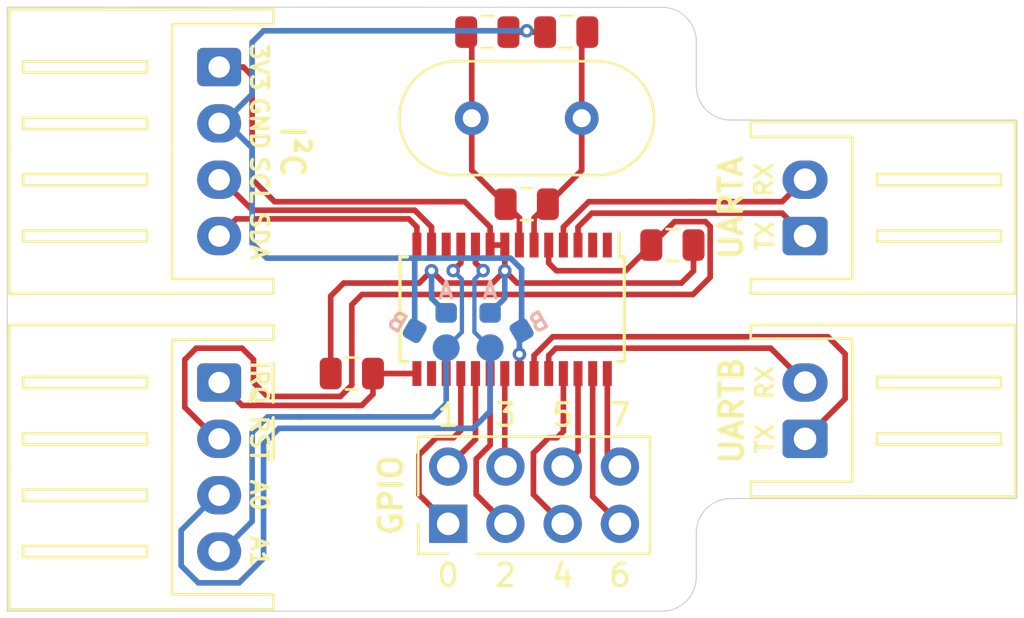
<source format=kicad_pcb>
(kicad_pcb (version 20171130) (host pcbnew "(6.0.0-rc1-dev-1209-gf90ca7408)")

  (general
    (thickness 1.6)
    (drawings 60)
    (tracks 200)
    (zones 0)
    (modules 14)
    (nets 28)
  )

  (page A4)
  (title_block
    (title "SC16IS752 Breakout Board")
    (date 2019-01-04)
    (rev v1.0)
    (company "Blok21 Software Limited")
    (comment 1 "Author: Nebojša Cvetković")
  )

  (layers
    (0 F.Cu signal)
    (31 B.Cu signal)
    (32 B.Adhes user)
    (33 F.Adhes user)
    (34 B.Paste user)
    (35 F.Paste user)
    (36 B.SilkS user hide)
    (37 F.SilkS user)
    (38 B.Mask user)
    (39 F.Mask user)
    (40 Dwgs.User user)
    (41 Cmts.User user)
    (42 Eco1.User user)
    (43 Eco2.User user)
    (44 Edge.Cuts user)
    (45 Margin user)
    (46 B.CrtYd user)
    (47 F.CrtYd user)
    (48 B.Fab user)
    (49 F.Fab user hide)
  )

  (setup
    (last_trace_width 0.25)
    (user_trace_width 0.127)
    (user_trace_width 0.1905)
    (user_trace_width 0.254)
    (user_trace_width 0.508)
    (trace_clearance 0.127)
    (zone_clearance 0.127)
    (zone_45_only no)
    (trace_min 0.127)
    (via_size 0.8)
    (via_drill 0.4)
    (via_min_size 0.6)
    (via_min_drill 0.3)
    (user_via 0.6 0.3)
    (user_via 1.2 0.6)
    (uvia_size 0.3)
    (uvia_drill 0.1)
    (uvias_allowed no)
    (uvia_min_size 0.2)
    (uvia_min_drill 0.1)
    (edge_width 0.05)
    (segment_width 0.2)
    (pcb_text_width 0.3)
    (pcb_text_size 1.5 1.5)
    (mod_edge_width 0.12)
    (mod_text_size 1 1)
    (mod_text_width 0.15)
    (pad_size 1.2 1.2)
    (pad_drill 0)
    (pad_to_mask_clearance 0.01)
    (solder_mask_min_width 0.05)
    (aux_axis_origin 0 0)
    (visible_elements 7FF9FFFF)
    (pcbplotparams
      (layerselection 0x010f0_ffffffff)
      (usegerberextensions false)
      (usegerberattributes false)
      (usegerberadvancedattributes false)
      (creategerberjobfile false)
      (excludeedgelayer true)
      (linewidth 0.100000)
      (plotframeref false)
      (viasonmask false)
      (mode 1)
      (useauxorigin false)
      (hpglpennumber 1)
      (hpglpenspeed 20)
      (hpglpendiameter 15.000000)
      (psnegative false)
      (psa4output false)
      (plotreference false)
      (plotvalue false)
      (plotinvisibletext false)
      (padsonsilk false)
      (subtractmaskfromsilk false)
      (outputformat 5)
      (mirror false)
      (drillshape 0)
      (scaleselection 1)
      (outputdirectory "out/"))
  )

  (net 0 "")
  (net 1 GND)
  (net 2 SDA)
  (net 3 SCL)
  (net 4 +3V3)
  (net 5 A0)
  (net 6 A1)
  (net 7 "Net-(U1-Pad17)")
  (net 8 "Net-(U1-Pad16)")
  (net 9 "Net-(U1-Pad12)")
  (net 10 "Net-(U1-Pad2)")
  (net 11 "Net-(U1-Pad1)")
  (net 12 /IO7)
  (net 13 /IO6)
  (net 14 /IO5)
  (net 15 /IO4)
  (net 16 /IO3)
  (net 17 /IO2)
  (net 18 /IO1)
  (net 19 /IO0)
  (net 20 /TXB)
  (net 21 /TXA)
  (net 22 /RXB)
  (net 23 /RXA)
  (net 24 /XTAL1)
  (net 25 /XTAL2)
  (net 26 IRQ)
  (net 27 RESET)

  (net_class Default "This is the default net class."
    (clearance 0.127)
    (trace_width 0.25)
    (via_dia 0.8)
    (via_drill 0.4)
    (uvia_dia 0.3)
    (uvia_drill 0.1)
    (add_net +3V3)
    (add_net /IO0)
    (add_net /IO1)
    (add_net /IO2)
    (add_net /IO3)
    (add_net /IO4)
    (add_net /IO5)
    (add_net /IO6)
    (add_net /IO7)
    (add_net /RXA)
    (add_net /RXB)
    (add_net /TXA)
    (add_net /TXB)
    (add_net /XTAL1)
    (add_net /XTAL2)
    (add_net A0)
    (add_net A1)
    (add_net GND)
    (add_net IRQ)
    (add_net "Net-(U1-Pad1)")
    (add_net "Net-(U1-Pad12)")
    (add_net "Net-(U1-Pad16)")
    (add_net "Net-(U1-Pad17)")
    (add_net "Net-(U1-Pad2)")
    (add_net RESET)
    (add_net SCL)
    (add_net SDA)
  )

  (module i2c-uart:SW_0R_x2_0603 (layer B.Cu) (tedit 5C2EC2A3) (tstamp 5C08C58F)
    (at 145.454 99.296)
    (path /5C34D8B5)
    (fp_text reference SW2 (at 0 1.524) (layer B.SilkS) hide
      (effects (font (size 1 1) (thickness 0.15)) (justify mirror))
    )
    (fp_text value SW_0R (at 0 -4.064) (layer B.Fab)
      (effects (font (size 1 1) (thickness 0.15)) (justify mirror))
    )
    (fp_text user B (at -2.159 -1.143 150) (layer B.SilkS)
      (effects (font (size 0.75 0.75) (thickness 0.15)) (justify mirror))
    )
    (fp_text user A (at 0 -2.54) (layer B.SilkS)
      (effects (font (size 0.75 0.75) (thickness 0.15)) (justify mirror))
    )
    (fp_line (start 0.635 -2.286) (end -0.508 -2.286) (layer B.CrtYd) (width 0.12))
    (fp_line (start 0.635 0.762) (end 0.635 -2.286) (layer B.CrtYd) (width 0.12))
    (fp_line (start -1.778 -1.524) (end -2.286 -0.508) (layer B.CrtYd) (width 0.12))
    (fp_line (start -0.508 -2.286) (end -1.778 -1.524) (layer B.CrtYd) (width 0.12))
    (fp_line (start -0.508 0.762) (end -2.286 -0.508) (layer B.CrtYd) (width 0.12))
    (fp_line (start 0.635 0.762) (end -0.508 0.762) (layer B.CrtYd) (width 0.12))
    (pad 2 smd circle (at 0 0) (size 1.2 1.2) (layers B.Cu B.Paste B.Mask)
      (net 6 A1))
    (pad 1 smd roundrect (at 0 -1.55 270) (size 0.875 0.95) (layers B.Cu B.Paste B.Mask) (roundrect_rratio 0.25)
      (net 4 +3V3))
    (pad 3 smd roundrect (at -1.397 -0.762 150) (size 0.875 0.95) (layers B.Cu B.Paste B.Mask) (roundrect_rratio 0.25)
      (net 1 GND))
    (model ${KISYS3DMOD}/Resistor_SMD.3dshapes/R_0603_1608Metric.step
      (offset (xyz 0 -0.8 0))
      (scale (xyz 1 1 1))
      (rotate (xyz 0 0 90))
    )
  )

  (module i2c-uart:SW_0R_x2_0603_Mirror (layer B.Cu) (tedit 5C2EC288) (tstamp 5C08BA50)
    (at 147.404 99.296 180)
    (path /5C3456CC)
    (fp_text reference SW1 (at 0 3.81 180) (layer B.SilkS) hide
      (effects (font (size 1 1) (thickness 0.15)) (justify mirror))
    )
    (fp_text value SW_0R (at 0 -4.064 180) (layer B.Fab)
      (effects (font (size 1 1) (thickness 0.15)) (justify mirror))
    )
    (fp_text user B (at -2.159 1.143 30 unlocked) (layer B.SilkS)
      (effects (font (size 0.75 0.75) (thickness 0.15)) (justify mirror))
    )
    (fp_text user A (at 0 2.54 180) (layer B.SilkS)
      (effects (font (size 0.75 0.75) (thickness 0.15)) (justify mirror))
    )
    (fp_line (start 0.635 -0.762) (end -0.508 -0.762) (layer B.CrtYd) (width 0.12))
    (fp_line (start 0.635 2.286) (end 0.635 -0.762) (layer B.CrtYd) (width 0.12))
    (fp_line (start -2.286 0.508) (end -0.508 -0.762) (layer B.CrtYd) (width 0.12))
    (fp_line (start -1.778 1.524) (end -2.286 0.508) (layer B.CrtYd) (width 0.12))
    (fp_line (start -0.508 2.286) (end -1.778 1.524) (layer B.CrtYd) (width 0.12))
    (fp_line (start 0.635 2.286) (end -0.508 2.286) (layer B.CrtYd) (width 0.12))
    (pad 2 smd circle (at 0 0 180) (size 1.2 1.2) (layers B.Cu B.Paste B.Mask)
      (net 5 A0))
    (pad 3 smd roundrect (at -1.397 0.762 30) (size 0.875 0.95) (layers B.Cu B.Paste B.Mask) (roundrect_rratio 0.25)
      (net 1 GND))
    (pad 1 smd roundrect (at 0 1.55 90) (size 0.875 0.95) (layers B.Cu B.Paste B.Mask) (roundrect_rratio 0.25)
      (net 4 +3V3))
    (model ${KISYS3DMOD}/Resistor_SMD.3dshapes/R_0603_1608Metric.step
      (offset (xyz 0 0.8 0))
      (scale (xyz 1 1 1))
      (rotate (xyz 0 0 90))
    )
  )

  (module Connector_JST:JST_XH_S02B-XH-A_1x02_P2.50mm_Horizontal (layer F.Cu) (tedit 5C06AA76) (tstamp 5C058F07)
    (at 161.379 94.336 90)
    (descr "JST XH series connector, S02B-XH-A (http://www.jst-mfg.com/product/pdf/eng/eXH.pdf), generated with kicad-footprint-generator")
    (tags "connector JST XH top entry")
    (path /5C3DD22B)
    (fp_text reference J1 (at 1.27 3.429 90) (layer F.SilkS) hide
      (effects (font (size 1 1) (thickness 0.15)))
    )
    (fp_text value Conn_UARTA (at 1.25 10.4 90) (layer F.Fab)
      (effects (font (size 1 1) (thickness 0.15)))
    )
    (fp_text user %R (at 1.25 3.45 90) (layer F.Fab)
      (effects (font (size 1 1) (thickness 0.15)))
    )
    (fp_line (start 0 1.2) (end 0.625 2.2) (layer F.Fab) (width 0.1))
    (fp_line (start -0.625 2.2) (end 0 1.2) (layer F.Fab) (width 0.1))
    (fp_line (start 2.75 3.2) (end 2.25 3.2) (layer F.SilkS) (width 0.12))
    (fp_line (start 2.75 8.7) (end 2.75 3.2) (layer F.SilkS) (width 0.12))
    (fp_line (start 2.25 8.7) (end 2.75 8.7) (layer F.SilkS) (width 0.12))
    (fp_line (start 2.25 3.2) (end 2.25 8.7) (layer F.SilkS) (width 0.12))
    (fp_line (start 0.25 3.2) (end -0.25 3.2) (layer F.SilkS) (width 0.12))
    (fp_line (start 0.25 8.7) (end 0.25 3.2) (layer F.SilkS) (width 0.12))
    (fp_line (start -0.25 8.7) (end 0.25 8.7) (layer F.SilkS) (width 0.12))
    (fp_line (start -0.25 3.2) (end -0.25 8.7) (layer F.SilkS) (width 0.12))
    (fp_line (start 3.75 2.2) (end 1.25 2.2) (layer F.Fab) (width 0.1))
    (fp_line (start 3.75 -2.3) (end 3.75 2.2) (layer F.Fab) (width 0.1))
    (fp_line (start 4.95 -2.3) (end 3.75 -2.3) (layer F.Fab) (width 0.1))
    (fp_line (start 4.95 9.2) (end 4.95 -2.3) (layer F.Fab) (width 0.1))
    (fp_line (start 1.25 9.2) (end 4.95 9.2) (layer F.Fab) (width 0.1))
    (fp_line (start -1.25 2.2) (end 1.25 2.2) (layer F.Fab) (width 0.1))
    (fp_line (start -1.25 -2.3) (end -1.25 2.2) (layer F.Fab) (width 0.1))
    (fp_line (start -2.45 -2.3) (end -1.25 -2.3) (layer F.Fab) (width 0.1))
    (fp_line (start -2.45 9.2) (end -2.45 -2.3) (layer F.Fab) (width 0.1))
    (fp_line (start 1.25 9.2) (end -2.45 9.2) (layer F.Fab) (width 0.1))
    (fp_line (start 4.402 2.09) (end 1.25 2.09) (layer F.SilkS) (width 0.12))
    (fp_line (start 4.402 -2.41) (end 4.402 2.09) (layer F.SilkS) (width 0.12))
    (fp_line (start 5.06 -2.41) (end 4.402 -2.41) (layer F.SilkS) (width 0.12))
    (fp_line (start 5.06 9.31) (end 5.06 -2.41) (layer F.SilkS) (width 0.12))
    (fp_line (start 1.25 9.31) (end 5.06 9.31) (layer F.SilkS) (width 0.12))
    (fp_line (start -1.902 2.09) (end 1.25 2.09) (layer F.SilkS) (width 0.12))
    (fp_line (start -1.902 -2.41) (end -1.902 2.09) (layer F.SilkS) (width 0.12))
    (fp_line (start -2.56 -2.41) (end -1.902 -2.41) (layer F.SilkS) (width 0.12))
    (fp_line (start -2.56 9.31) (end -2.56 -2.41) (layer F.SilkS) (width 0.12))
    (fp_line (start 1.25 9.31) (end -2.56 9.31) (layer F.SilkS) (width 0.12))
    (fp_line (start 5.45 -2.8) (end -2.95 -2.8) (layer F.CrtYd) (width 0.05))
    (fp_line (start 5.45 9.7) (end 5.45 -2.8) (layer F.CrtYd) (width 0.05))
    (fp_line (start -2.95 9.7) (end 5.45 9.7) (layer F.CrtYd) (width 0.05))
    (fp_line (start -2.95 -2.8) (end -2.95 9.7) (layer F.CrtYd) (width 0.05))
    (pad 2 thru_hole oval (at 2.5 0 90) (size 1.7 2) (drill 1) (layers *.Cu *.Mask)
      (net 23 /RXA))
    (pad 1 thru_hole roundrect (at 0 0 90) (size 1.7 2) (drill 1) (layers *.Cu *.Mask) (roundrect_rratio 0.147059)
      (net 21 /TXA))
    (model ${KISYS3DMOD}/Connector_JST.3dshapes/JST_XH_S02B-XH-A_1x02_P2.50mm_Horizontal.wrl
      (at (xyz 0 0 0))
      (scale (xyz 1 1 1))
      (rotate (xyz 0 0 0))
    )
  )

  (module Connector_JST:JST_XH_S02B-XH-A_1x02_P2.50mm_Horizontal (layer F.Cu) (tedit 5C06AA36) (tstamp 5C0813FF)
    (at 161.379 103.336 90)
    (descr "JST XH series connector, S02B-XH-A (http://www.jst-mfg.com/product/pdf/eng/eXH.pdf), generated with kicad-footprint-generator")
    (tags "connector JST XH top entry")
    (path /5C3DD6ED)
    (fp_text reference J2 (at 1.25 3.5052 90) (layer F.SilkS) hide
      (effects (font (size 1 1) (thickness 0.15)))
    )
    (fp_text value Conn_UARTB (at 1.25 10.4 90) (layer F.Fab)
      (effects (font (size 1 1) (thickness 0.15)))
    )
    (fp_text user %R (at 1.25 3.45 90) (layer F.Fab)
      (effects (font (size 1 1) (thickness 0.15)))
    )
    (fp_line (start 0 1.2) (end 0.625 2.2) (layer F.Fab) (width 0.1))
    (fp_line (start -0.625 2.2) (end 0 1.2) (layer F.Fab) (width 0.1))
    (fp_line (start 2.75 3.2) (end 2.25 3.2) (layer F.SilkS) (width 0.12))
    (fp_line (start 2.75 8.7) (end 2.75 3.2) (layer F.SilkS) (width 0.12))
    (fp_line (start 2.25 8.7) (end 2.75 8.7) (layer F.SilkS) (width 0.12))
    (fp_line (start 2.25 3.2) (end 2.25 8.7) (layer F.SilkS) (width 0.12))
    (fp_line (start 0.25 3.2) (end -0.25 3.2) (layer F.SilkS) (width 0.12))
    (fp_line (start 0.25 8.7) (end 0.25 3.2) (layer F.SilkS) (width 0.12))
    (fp_line (start -0.25 8.7) (end 0.25 8.7) (layer F.SilkS) (width 0.12))
    (fp_line (start -0.25 3.2) (end -0.25 8.7) (layer F.SilkS) (width 0.12))
    (fp_line (start 3.75 2.2) (end 1.25 2.2) (layer F.Fab) (width 0.1))
    (fp_line (start 3.75 -2.3) (end 3.75 2.2) (layer F.Fab) (width 0.1))
    (fp_line (start 4.95 -2.3) (end 3.75 -2.3) (layer F.Fab) (width 0.1))
    (fp_line (start 4.95 9.2) (end 4.95 -2.3) (layer F.Fab) (width 0.1))
    (fp_line (start 1.25 9.2) (end 4.95 9.2) (layer F.Fab) (width 0.1))
    (fp_line (start -1.25 2.2) (end 1.25 2.2) (layer F.Fab) (width 0.1))
    (fp_line (start -1.25 -2.3) (end -1.25 2.2) (layer F.Fab) (width 0.1))
    (fp_line (start -2.45 -2.3) (end -1.25 -2.3) (layer F.Fab) (width 0.1))
    (fp_line (start -2.45 9.2) (end -2.45 -2.3) (layer F.Fab) (width 0.1))
    (fp_line (start 1.25 9.2) (end -2.45 9.2) (layer F.Fab) (width 0.1))
    (fp_line (start 4.448 2.09) (end 1.25 2.09) (layer F.SilkS) (width 0.12))
    (fp_line (start 4.448 -2.41) (end 4.448 2.09) (layer F.SilkS) (width 0.12))
    (fp_line (start 5.06 -2.41) (end 4.448 -2.41) (layer F.SilkS) (width 0.12))
    (fp_line (start 5.06 9.31) (end 5.06 -2.41) (layer F.SilkS) (width 0.12))
    (fp_line (start 1.25 9.31) (end 5.06 9.31) (layer F.SilkS) (width 0.12))
    (fp_line (start -1.902 2.09) (end 1.25 2.09) (layer F.SilkS) (width 0.12))
    (fp_line (start -1.902 -2.41) (end -1.902 2.09) (layer F.SilkS) (width 0.12))
    (fp_line (start -2.56 -2.41) (end -1.902 -2.41) (layer F.SilkS) (width 0.12))
    (fp_line (start -2.56 9.31) (end -2.56 -2.41) (layer F.SilkS) (width 0.12))
    (fp_line (start 1.25 9.31) (end -2.56 9.31) (layer F.SilkS) (width 0.12))
    (fp_line (start 5.45 -2.8) (end -2.95 -2.8) (layer F.CrtYd) (width 0.05))
    (fp_line (start 5.45 9.7) (end 5.45 -2.8) (layer F.CrtYd) (width 0.05))
    (fp_line (start -2.95 9.7) (end 5.45 9.7) (layer F.CrtYd) (width 0.05))
    (fp_line (start -2.95 -2.8) (end -2.95 9.7) (layer F.CrtYd) (width 0.05))
    (pad 2 thru_hole oval (at 2.5 0 90) (size 1.7 2) (drill 1) (layers *.Cu *.Mask)
      (net 22 /RXB))
    (pad 1 thru_hole roundrect (at 0 0 90) (size 1.7 2) (drill 1) (layers *.Cu *.Mask) (roundrect_rratio 0.147059)
      (net 20 /TXB))
    (model ${KISYS3DMOD}/Connector_JST.3dshapes/JST_XH_S02B-XH-A_1x02_P2.50mm_Horizontal.wrl
      (at (xyz 0 0 0))
      (scale (xyz 1 1 1))
      (rotate (xyz 0 0 0))
    )
  )

  (module Connector_JST:JST_XH_S04B-XH-A_1x04_P2.50mm_Horizontal (layer F.Cu) (tedit 5C069373) (tstamp 5C083A84)
    (at 135.379 100.836 270)
    (descr "JST XH series connector, S04B-XH-A (http://www.jst-mfg.com/product/pdf/eng/eXH.pdf), generated with kicad-footprint-generator")
    (tags "connector JST XH top entry")
    (path /5C07DDB0)
    (fp_text reference J5 (at 3.75 -3.5 270) (layer F.SilkS) hide
      (effects (font (size 1 1) (thickness 0.15)))
    )
    (fp_text value Conn_Extra (at 3.75 10.4 270) (layer F.Fab)
      (effects (font (size 1 1) (thickness 0.15)))
    )
    (fp_text user %R (at 3.75 3.45 270) (layer F.Fab)
      (effects (font (size 1 1) (thickness 0.15)))
    )
    (fp_line (start 0 1.2) (end 0.625 2.2) (layer F.Fab) (width 0.1))
    (fp_line (start -0.625 2.2) (end 0 1.2) (layer F.Fab) (width 0.1))
    (fp_line (start 7.75 3.2) (end 7.25 3.2) (layer F.SilkS) (width 0.12))
    (fp_line (start 7.75 8.7) (end 7.75 3.2) (layer F.SilkS) (width 0.12))
    (fp_line (start 7.25 8.7) (end 7.75 8.7) (layer F.SilkS) (width 0.12))
    (fp_line (start 7.25 3.2) (end 7.25 8.7) (layer F.SilkS) (width 0.12))
    (fp_line (start 5.25 3.2) (end 4.75 3.2) (layer F.SilkS) (width 0.12))
    (fp_line (start 5.25 8.7) (end 5.25 3.2) (layer F.SilkS) (width 0.12))
    (fp_line (start 4.75 8.7) (end 5.25 8.7) (layer F.SilkS) (width 0.12))
    (fp_line (start 4.75 3.2) (end 4.75 8.7) (layer F.SilkS) (width 0.12))
    (fp_line (start 2.75 3.2) (end 2.25 3.2) (layer F.SilkS) (width 0.12))
    (fp_line (start 2.75 8.7) (end 2.75 3.2) (layer F.SilkS) (width 0.12))
    (fp_line (start 2.25 8.7) (end 2.75 8.7) (layer F.SilkS) (width 0.12))
    (fp_line (start 2.25 3.2) (end 2.25 8.7) (layer F.SilkS) (width 0.12))
    (fp_line (start 0.25 3.2) (end -0.25 3.2) (layer F.SilkS) (width 0.12))
    (fp_line (start 0.25 8.7) (end 0.25 3.2) (layer F.SilkS) (width 0.12))
    (fp_line (start -0.25 8.7) (end 0.25 8.7) (layer F.SilkS) (width 0.12))
    (fp_line (start -0.25 3.2) (end -0.25 8.7) (layer F.SilkS) (width 0.12))
    (fp_line (start 8.75 2.2) (end 3.75 2.2) (layer F.Fab) (width 0.1))
    (fp_line (start 8.75 -2.3) (end 8.75 2.2) (layer F.Fab) (width 0.1))
    (fp_line (start 9.95 -2.3) (end 8.75 -2.3) (layer F.Fab) (width 0.1))
    (fp_line (start 9.95 9.2) (end 9.95 -2.3) (layer F.Fab) (width 0.1))
    (fp_line (start 3.75 9.2) (end 9.95 9.2) (layer F.Fab) (width 0.1))
    (fp_line (start -1.25 2.2) (end 3.75 2.2) (layer F.Fab) (width 0.1))
    (fp_line (start -1.25 -2.3) (end -1.25 2.2) (layer F.Fab) (width 0.1))
    (fp_line (start -2.45 -2.3) (end -1.25 -2.3) (layer F.Fab) (width 0.1))
    (fp_line (start -2.45 9.2) (end -2.45 -2.3) (layer F.Fab) (width 0.1))
    (fp_line (start 3.75 9.2) (end -2.45 9.2) (layer F.Fab) (width 0.1))
    (fp_line (start 9.402 2.09) (end 3.75 2.09) (layer F.SilkS) (width 0.12))
    (fp_line (start 9.402 -2.41) (end 9.402 2.09) (layer F.SilkS) (width 0.12))
    (fp_line (start 10.06 -2.41) (end 9.402 -2.41) (layer F.SilkS) (width 0.12))
    (fp_line (start 10.06 9.31) (end 10.06 -2.41) (layer F.SilkS) (width 0.12))
    (fp_line (start 3.75 9.31) (end 10.06 9.31) (layer F.SilkS) (width 0.12))
    (fp_line (start -1.902 2.09) (end 3.686 2.09) (layer F.SilkS) (width 0.12))
    (fp_line (start -1.902 -2.41) (end -1.902 2.09) (layer F.SilkS) (width 0.12))
    (fp_line (start -2.56 -2.41) (end -1.902 -2.41) (layer F.SilkS) (width 0.12))
    (fp_line (start -2.56 9.31) (end -2.56 -2.41) (layer F.SilkS) (width 0.12))
    (fp_line (start 3.75 9.31) (end -2.56 9.31) (layer F.SilkS) (width 0.12))
    (fp_line (start 10.45 -2.8) (end -2.95 -2.8) (layer F.CrtYd) (width 0.05))
    (fp_line (start 10.45 9.7) (end 10.45 -2.8) (layer F.CrtYd) (width 0.05))
    (fp_line (start -2.95 9.7) (end 10.45 9.7) (layer F.CrtYd) (width 0.05))
    (fp_line (start -2.95 -2.8) (end -2.95 9.7) (layer F.CrtYd) (width 0.05))
    (pad 4 thru_hole oval (at 7.5 0 270) (size 1.7 1.95) (drill 0.95) (layers *.Cu *.Mask)
      (net 6 A1))
    (pad 3 thru_hole oval (at 5 0 270) (size 1.7 1.95) (drill 0.95) (layers *.Cu *.Mask)
      (net 5 A0))
    (pad 2 thru_hole oval (at 2.5 0 270) (size 1.7 1.95) (drill 0.95) (layers *.Cu *.Mask)
      (net 27 RESET))
    (pad 1 thru_hole roundrect (at 0 0 270) (size 1.7 1.95) (drill 0.95) (layers *.Cu *.Mask) (roundrect_rratio 0.147059)
      (net 26 IRQ))
    (model ${KISYS3DMOD}/Connector_JST.3dshapes/JST_XH_S04B-XH-A_1x04_P2.50mm_Horizontal.wrl
      (at (xyz 0 0 0))
      (scale (xyz 1 1 1))
      (rotate (xyz 0 0 0))
    )
  )

  (module Connector_JST:JST_XH_S04B-XH-A_1x04_P2.50mm_Horizontal (layer F.Cu) (tedit 5C069333) (tstamp 5C0A4BEE)
    (at 135.379 86.836 270)
    (descr "JST XH series connector, S04B-XH-A (http://www.jst-mfg.com/product/pdf/eng/eXH.pdf), generated with kicad-footprint-generator")
    (tags "connector JST XH top entry")
    (path /5C4016E0)
    (fp_text reference J4 (at 3.75 -3.5 270) (layer F.SilkS) hide
      (effects (font (size 1 1) (thickness 0.15)))
    )
    (fp_text value Conn_I2C (at 3.75 10.4 270) (layer F.Fab)
      (effects (font (size 1 1) (thickness 0.15)))
    )
    (fp_text user %R (at 3.75 3.45 270) (layer F.Fab)
      (effects (font (size 1 1) (thickness 0.15)))
    )
    (fp_line (start 0 1.2) (end 0.625 2.2) (layer F.Fab) (width 0.1))
    (fp_line (start -0.625 2.2) (end 0 1.2) (layer F.Fab) (width 0.1))
    (fp_line (start 7.75 3.2) (end 7.25 3.2) (layer F.SilkS) (width 0.12))
    (fp_line (start 7.75 8.7) (end 7.75 3.2) (layer F.SilkS) (width 0.12))
    (fp_line (start 7.25 8.7) (end 7.75 8.7) (layer F.SilkS) (width 0.12))
    (fp_line (start 7.25 3.2) (end 7.25 8.7) (layer F.SilkS) (width 0.12))
    (fp_line (start 5.25 3.2) (end 4.75 3.2) (layer F.SilkS) (width 0.12))
    (fp_line (start 5.25 8.7) (end 5.25 3.2) (layer F.SilkS) (width 0.12))
    (fp_line (start 4.75 8.7) (end 5.25 8.7) (layer F.SilkS) (width 0.12))
    (fp_line (start 4.75 3.2) (end 4.75 8.7) (layer F.SilkS) (width 0.12))
    (fp_line (start 2.75 3.2) (end 2.25 3.2) (layer F.SilkS) (width 0.12))
    (fp_line (start 2.75 8.7) (end 2.75 3.2) (layer F.SilkS) (width 0.12))
    (fp_line (start 2.25 8.7) (end 2.75 8.7) (layer F.SilkS) (width 0.12))
    (fp_line (start 2.25 3.2) (end 2.25 8.7) (layer F.SilkS) (width 0.12))
    (fp_line (start 0.25 3.2) (end -0.25 3.2) (layer F.SilkS) (width 0.12))
    (fp_line (start 0.25 8.7) (end 0.25 3.2) (layer F.SilkS) (width 0.12))
    (fp_line (start -0.25 8.7) (end 0.25 8.7) (layer F.SilkS) (width 0.12))
    (fp_line (start -0.25 3.2) (end -0.25 8.7) (layer F.SilkS) (width 0.12))
    (fp_line (start 8.75 2.2) (end 3.75 2.2) (layer F.Fab) (width 0.1))
    (fp_line (start 8.75 -2.3) (end 8.75 2.2) (layer F.Fab) (width 0.1))
    (fp_line (start 9.95 -2.3) (end 8.75 -2.3) (layer F.Fab) (width 0.1))
    (fp_line (start 9.95 9.2) (end 9.95 -2.3) (layer F.Fab) (width 0.1))
    (fp_line (start 3.75 9.2) (end 9.95 9.2) (layer F.Fab) (width 0.1))
    (fp_line (start -1.25 2.2) (end 3.75 2.2) (layer F.Fab) (width 0.1))
    (fp_line (start -1.25 -2.3) (end -1.25 2.2) (layer F.Fab) (width 0.1))
    (fp_line (start -2.45 -2.3) (end -1.25 -2.3) (layer F.Fab) (width 0.1))
    (fp_line (start -2.45 9.2) (end -2.45 -2.3) (layer F.Fab) (width 0.1))
    (fp_line (start 3.75 9.2) (end -2.45 9.2) (layer F.Fab) (width 0.1))
    (fp_line (start 9.402 2.09) (end 3.75 2.09) (layer F.SilkS) (width 0.12))
    (fp_line (start 9.402 -2.41) (end 9.402 2.09) (layer F.SilkS) (width 0.12))
    (fp_line (start 10.06 -2.41) (end 9.402 -2.41) (layer F.SilkS) (width 0.12))
    (fp_line (start 10.06 9.31) (end 10.06 -2.41) (layer F.SilkS) (width 0.12))
    (fp_line (start 3.75 9.31) (end 10.06 9.31) (layer F.SilkS) (width 0.12))
    (fp_line (start -1.902 2.09) (end 3.75 2.09) (layer F.SilkS) (width 0.12))
    (fp_line (start -1.902 -2.41) (end -1.902 2.09) (layer F.SilkS) (width 0.12))
    (fp_line (start -2.56 -2.41) (end -1.902 -2.41) (layer F.SilkS) (width 0.12))
    (fp_line (start -2.56 9.31) (end -2.56 -2.41) (layer F.SilkS) (width 0.12))
    (fp_line (start 3.75 9.31) (end -2.56 9.31) (layer F.SilkS) (width 0.12))
    (fp_line (start 10.45 -2.8) (end -2.95 -2.8) (layer F.CrtYd) (width 0.05))
    (fp_line (start 10.45 9.7) (end 10.45 -2.8) (layer F.CrtYd) (width 0.05))
    (fp_line (start -2.95 9.7) (end 10.45 9.7) (layer F.CrtYd) (width 0.05))
    (fp_line (start -2.95 -2.8) (end -2.95 9.7) (layer F.CrtYd) (width 0.05))
    (pad 4 thru_hole oval (at 7.5 0 270) (size 1.7 1.95) (drill 0.95) (layers *.Cu *.Mask)
      (net 2 SDA))
    (pad 3 thru_hole oval (at 5 0 270) (size 1.7 1.95) (drill 0.95) (layers *.Cu *.Mask)
      (net 3 SCL))
    (pad 2 thru_hole oval (at 2.5 0 270) (size 1.7 1.95) (drill 0.95) (layers *.Cu *.Mask)
      (net 1 GND))
    (pad 1 thru_hole roundrect (at 0 0 270) (size 1.7 1.95) (drill 0.95) (layers *.Cu *.Mask) (roundrect_rratio 0.147059)
      (net 4 +3V3))
    (model ${KISYS3DMOD}/Connector_JST.3dshapes/JST_XH_S04B-XH-A_1x04_P2.50mm_Horizontal.wrl
      (at (xyz 0 0 0))
      (scale (xyz 1 1 1))
      (rotate (xyz 0 0 0))
    )
  )

  (module Resistor_SMD:R_0805_2012Metric (layer F.Cu) (tedit 5B36C52B) (tstamp 5C081479)
    (at 155.4915 94.736)
    (descr "Resistor SMD 0805 (2012 Metric), square (rectangular) end terminal, IPC_7351 nominal, (Body size source: https://docs.google.com/spreadsheets/d/1BsfQQcO9C6DZCsRaXUlFlo91Tg2WpOkGARC1WS5S8t0/edit?usp=sharing), generated with kicad-footprint-generator")
    (tags resistor)
    (path /5C57F231)
    (attr smd)
    (fp_text reference R1 (at 2.286 0 -270) (layer F.SilkS) hide
      (effects (font (size 0.75 0.75) (thickness 0.15)))
    )
    (fp_text value 1k (at 0 1.65) (layer F.Fab)
      (effects (font (size 1 1) (thickness 0.15)))
    )
    (fp_text user %R (at 0 0) (layer F.Fab)
      (effects (font (size 0.5 0.5) (thickness 0.08)))
    )
    (fp_line (start 1.68 0.95) (end -1.68 0.95) (layer F.CrtYd) (width 0.05))
    (fp_line (start 1.68 -0.95) (end 1.68 0.95) (layer F.CrtYd) (width 0.05))
    (fp_line (start -1.68 -0.95) (end 1.68 -0.95) (layer F.CrtYd) (width 0.05))
    (fp_line (start -1.68 0.95) (end -1.68 -0.95) (layer F.CrtYd) (width 0.05))
    (fp_line (start -0.258578 0.71) (end 0.258578 0.71) (layer F.SilkS) (width 0.12))
    (fp_line (start -0.258578 -0.71) (end 0.258578 -0.71) (layer F.SilkS) (width 0.12))
    (fp_line (start 1 0.6) (end -1 0.6) (layer F.Fab) (width 0.1))
    (fp_line (start 1 -0.6) (end 1 0.6) (layer F.Fab) (width 0.1))
    (fp_line (start -1 -0.6) (end 1 -0.6) (layer F.Fab) (width 0.1))
    (fp_line (start -1 0.6) (end -1 -0.6) (layer F.Fab) (width 0.1))
    (pad 2 smd roundrect (at 0.9375 0) (size 0.975 1.4) (layers F.Cu F.Paste F.Mask) (roundrect_rratio 0.25)
      (net 4 +3V3))
    (pad 1 smd roundrect (at -0.9375 0) (size 0.975 1.4) (layers F.Cu F.Paste F.Mask) (roundrect_rratio 0.25)
      (net 27 RESET))
    (model ${KISYS3DMOD}/Resistor_SMD.3dshapes/R_0805_2012Metric.wrl
      (at (xyz 0 0 0))
      (scale (xyz 1 1 1))
      (rotate (xyz 0 0 0))
    )
  )

  (module Crystal:Crystal_HC49-U_Vertical (layer F.Cu) (tedit 5A1AD3B8) (tstamp 5C081059)
    (at 151.469 89.106 180)
    (descr "Crystal THT HC-49/U http://5hertz.com/pdfs/04404_D.pdf")
    (tags "THT crystalHC-49/U")
    (path /5C3E7B38)
    (fp_text reference Y1 (at 2.54 0) (layer F.SilkS) hide
      (effects (font (size 1 1) (thickness 0.15)))
    )
    (fp_text value 14.7456MHz (at 2.44 3.525 180) (layer F.Fab)
      (effects (font (size 1 1) (thickness 0.15)))
    )
    (fp_arc (start 5.565 0) (end 5.565 -2.525) (angle 180) (layer F.SilkS) (width 0.12))
    (fp_arc (start -0.685 0) (end -0.685 -2.525) (angle -180) (layer F.SilkS) (width 0.12))
    (fp_arc (start 5.44 0) (end 5.44 -2) (angle 180) (layer F.Fab) (width 0.1))
    (fp_arc (start -0.56 0) (end -0.56 -2) (angle -180) (layer F.Fab) (width 0.1))
    (fp_arc (start 5.565 0) (end 5.565 -2.325) (angle 180) (layer F.Fab) (width 0.1))
    (fp_arc (start -0.685 0) (end -0.685 -2.325) (angle -180) (layer F.Fab) (width 0.1))
    (fp_line (start 8.4 -2.8) (end -3.5 -2.8) (layer F.CrtYd) (width 0.05))
    (fp_line (start 8.4 2.8) (end 8.4 -2.8) (layer F.CrtYd) (width 0.05))
    (fp_line (start -3.5 2.8) (end 8.4 2.8) (layer F.CrtYd) (width 0.05))
    (fp_line (start -3.5 -2.8) (end -3.5 2.8) (layer F.CrtYd) (width 0.05))
    (fp_line (start -0.685 2.525) (end 5.565 2.525) (layer F.SilkS) (width 0.12))
    (fp_line (start -0.685 -2.525) (end 5.565 -2.525) (layer F.SilkS) (width 0.12))
    (fp_line (start -0.56 2) (end 5.44 2) (layer F.Fab) (width 0.1))
    (fp_line (start -0.56 -2) (end 5.44 -2) (layer F.Fab) (width 0.1))
    (fp_line (start -0.685 2.325) (end 5.565 2.325) (layer F.Fab) (width 0.1))
    (fp_line (start -0.685 -2.325) (end 5.565 -2.325) (layer F.Fab) (width 0.1))
    (fp_text user %R (at 2.44 0 180) (layer F.Fab)
      (effects (font (size 1 1) (thickness 0.15)))
    )
    (pad 2 thru_hole circle (at 4.88 0 180) (size 1.5 1.5) (drill 0.8) (layers *.Cu *.Mask)
      (net 25 /XTAL2))
    (pad 1 thru_hole circle (at 0 0 180) (size 1.5 1.5) (drill 0.8) (layers *.Cu *.Mask)
      (net 24 /XTAL1))
    (model ${KISYS3DMOD}/Crystal.3dshapes/Crystal_HC49-U_Vertical.wrl
      (at (xyz 0 0 0))
      (scale (xyz 1 1 0.2))
      (rotate (xyz 0 0 0))
    )
  )

  (module Connector_PinHeader_2.54mm:PinHeader_2x04_P2.54mm_Vertical (layer F.Cu) (tedit 5C04532C) (tstamp 5C0985D0)
    (at 145.544 107.106 90)
    (descr "Through hole straight pin header, 2x04, 2.54mm pitch, double rows")
    (tags "Through hole pin header THT 2x04 2.54mm double row")
    (path /5C4369E2)
    (fp_text reference J3 (at 1.27 9.906 90) (layer F.SilkS) hide
      (effects (font (size 1 1) (thickness 0.15)))
    )
    (fp_text value Conn_IO (at 1.27 9.95 90) (layer F.Fab)
      (effects (font (size 1 1) (thickness 0.15)))
    )
    (fp_text user %R (at 1.27 3.81 180) (layer F.Fab)
      (effects (font (size 1 1) (thickness 0.15)))
    )
    (fp_line (start 4.35 -1.8) (end -1.8 -1.8) (layer F.CrtYd) (width 0.05))
    (fp_line (start 4.35 9.4) (end 4.35 -1.8) (layer F.CrtYd) (width 0.05))
    (fp_line (start -1.8 9.4) (end 4.35 9.4) (layer F.CrtYd) (width 0.05))
    (fp_line (start -1.8 -1.8) (end -1.8 9.4) (layer F.CrtYd) (width 0.05))
    (fp_line (start -1.33 -1.33) (end 0 -1.33) (layer F.SilkS) (width 0.12))
    (fp_line (start -1.33 0) (end -1.33 -1.33) (layer F.SilkS) (width 0.12))
    (fp_line (start 1.27 -1.33) (end 3.87 -1.33) (layer F.SilkS) (width 0.12))
    (fp_line (start 3.87 -1.33) (end 3.87 8.95) (layer F.SilkS) (width 0.12))
    (fp_line (start -1.33 1.27) (end -1.33 8.95) (layer F.SilkS) (width 0.12))
    (fp_line (start -1.33 8.95) (end 3.87 8.95) (layer F.SilkS) (width 0.12))
    (fp_line (start -1.27 0) (end 0 -1.27) (layer F.Fab) (width 0.1))
    (fp_line (start -1.27 8.89) (end -1.27 0) (layer F.Fab) (width 0.1))
    (fp_line (start 3.81 8.89) (end -1.27 8.89) (layer F.Fab) (width 0.1))
    (fp_line (start 3.81 -1.27) (end 3.81 8.89) (layer F.Fab) (width 0.1))
    (fp_line (start 0 -1.27) (end 3.81 -1.27) (layer F.Fab) (width 0.1))
    (pad 8 thru_hole oval (at 2.54 7.62 90) (size 1.7 1.7) (drill 1) (layers *.Cu *.Mask)
      (net 12 /IO7))
    (pad 7 thru_hole oval (at 0 7.62 90) (size 1.7 1.7) (drill 1) (layers *.Cu *.Mask)
      (net 13 /IO6))
    (pad 6 thru_hole oval (at 2.54 5.08 90) (size 1.7 1.7) (drill 1) (layers *.Cu *.Mask)
      (net 14 /IO5))
    (pad 5 thru_hole oval (at 0 5.08 90) (size 1.7 1.7) (drill 1) (layers *.Cu *.Mask)
      (net 15 /IO4))
    (pad 4 thru_hole oval (at 2.54 2.54 90) (size 1.7 1.7) (drill 1) (layers *.Cu *.Mask)
      (net 16 /IO3))
    (pad 3 thru_hole oval (at 0 2.54 90) (size 1.7 1.7) (drill 1) (layers *.Cu *.Mask)
      (net 17 /IO2))
    (pad 2 thru_hole oval (at 2.54 0 90) (size 1.7 1.7) (drill 1) (layers *.Cu *.Mask)
      (net 18 /IO1))
    (pad 1 thru_hole rect (at 0 0 90) (size 1.7 1.7) (drill 1) (layers *.Cu *.Mask)
      (net 19 /IO0))
    (model ${KISYS3DMOD}/Connector_PinHeader_2.54mm.3dshapes/PinHeader_2x04_P2.54mm_Vertical.wrl
      (at (xyz 0 0 0))
      (scale (xyz 1 1 1))
      (rotate (xyz 0 0 0))
    )
  )

  (module Package_SO:TSSOP-28_4.4x9.7mm_P0.65mm (layer F.Cu) (tedit 5A02F25C) (tstamp 5C05EAA3)
    (at 148.379 97.586 270)
    (descr "TSSOP28: plastic thin shrink small outline package; 28 leads; body width 4.4 mm; (see NXP SSOP-TSSOP-VSO-REFLOW.pdf and sot361-1_po.pdf)")
    (tags "SSOP 0.65")
    (path /5C3D5B6B)
    (attr smd)
    (fp_text reference U1 (at 0 0 270) (layer F.SilkS) hide
      (effects (font (size 0.75 0.75) (thickness 0.15)))
    )
    (fp_text value SC16IS752IPW (at 0 5.9 270) (layer F.Fab)
      (effects (font (size 1 1) (thickness 0.15)))
    )
    (fp_text user %R (at 0 0 270) (layer F.Fab)
      (effects (font (size 0.8 0.8) (thickness 0.15)))
    )
    (fp_line (start -2.325 -4.75) (end -3.4 -4.75) (layer F.SilkS) (width 0.15))
    (fp_line (start -2.325 4.975) (end 2.325 4.975) (layer F.SilkS) (width 0.15))
    (fp_line (start -2.325 -4.975) (end 2.325 -4.975) (layer F.SilkS) (width 0.15))
    (fp_line (start -2.325 4.975) (end -2.325 4.65) (layer F.SilkS) (width 0.15))
    (fp_line (start 2.325 4.975) (end 2.325 4.65) (layer F.SilkS) (width 0.15))
    (fp_line (start 2.325 -4.975) (end 2.325 -4.65) (layer F.SilkS) (width 0.15))
    (fp_line (start -2.325 -4.975) (end -2.325 -4.75) (layer F.SilkS) (width 0.15))
    (fp_line (start -3.65 5.15) (end 3.65 5.15) (layer F.CrtYd) (width 0.05))
    (fp_line (start -3.65 -5.15) (end 3.65 -5.15) (layer F.CrtYd) (width 0.05))
    (fp_line (start 3.65 -5.15) (end 3.65 5.15) (layer F.CrtYd) (width 0.05))
    (fp_line (start -3.65 -5.15) (end -3.65 5.15) (layer F.CrtYd) (width 0.05))
    (fp_line (start -2.2 -3.85) (end -1.2 -4.85) (layer F.Fab) (width 0.15))
    (fp_line (start -2.2 4.85) (end -2.2 -3.85) (layer F.Fab) (width 0.15))
    (fp_line (start 2.2 4.85) (end -2.2 4.85) (layer F.Fab) (width 0.15))
    (fp_line (start 2.2 -4.85) (end 2.2 4.85) (layer F.Fab) (width 0.15))
    (fp_line (start -1.2 -4.85) (end 2.2 -4.85) (layer F.Fab) (width 0.15))
    (pad 28 smd rect (at 2.85 -4.225 270) (size 1.1 0.4) (layers F.Cu F.Paste F.Mask)
      (net 12 /IO7))
    (pad 27 smd rect (at 2.85 -3.575 270) (size 1.1 0.4) (layers F.Cu F.Paste F.Mask)
      (net 13 /IO6))
    (pad 26 smd rect (at 2.85 -2.925 270) (size 1.1 0.4) (layers F.Cu F.Paste F.Mask)
      (net 14 /IO5))
    (pad 25 smd rect (at 2.85 -2.275 270) (size 1.1 0.4) (layers F.Cu F.Paste F.Mask)
      (net 15 /IO4))
    (pad 24 smd rect (at 2.85 -1.625 270) (size 1.1 0.4) (layers F.Cu F.Paste F.Mask)
      (net 22 /RXB))
    (pad 23 smd rect (at 2.85 -0.975 270) (size 1.1 0.4) (layers F.Cu F.Paste F.Mask)
      (net 20 /TXB))
    (pad 22 smd rect (at 2.85 -0.325 270) (size 1.1 0.4) (layers F.Cu F.Paste F.Mask)
      (net 1 GND))
    (pad 21 smd rect (at 2.85 0.325 270) (size 1.1 0.4) (layers F.Cu F.Paste F.Mask)
      (net 16 /IO3))
    (pad 20 smd rect (at 2.85 0.975 270) (size 1.1 0.4) (layers F.Cu F.Paste F.Mask)
      (net 17 /IO2))
    (pad 19 smd rect (at 2.85 1.625 270) (size 1.1 0.4) (layers F.Cu F.Paste F.Mask)
      (net 18 /IO1))
    (pad 18 smd rect (at 2.85 2.275 270) (size 1.1 0.4) (layers F.Cu F.Paste F.Mask)
      (net 19 /IO0))
    (pad 17 smd rect (at 2.85 2.925 270) (size 1.1 0.4) (layers F.Cu F.Paste F.Mask)
      (net 7 "Net-(U1-Pad17)"))
    (pad 16 smd rect (at 2.85 3.575 270) (size 1.1 0.4) (layers F.Cu F.Paste F.Mask)
      (net 8 "Net-(U1-Pad16)"))
    (pad 15 smd rect (at 2.85 4.225 270) (size 1.1 0.4) (layers F.Cu F.Paste F.Mask)
      (net 26 IRQ))
    (pad 14 smd rect (at -2.85 4.225 270) (size 1.1 0.4) (layers F.Cu F.Paste F.Mask)
      (net 2 SDA))
    (pad 13 smd rect (at -2.85 3.575 270) (size 1.1 0.4) (layers F.Cu F.Paste F.Mask)
      (net 3 SCL))
    (pad 12 smd rect (at -2.85 2.925 270) (size 1.1 0.4) (layers F.Cu F.Paste F.Mask)
      (net 9 "Net-(U1-Pad12)"))
    (pad 11 smd rect (at -2.85 2.275 270) (size 1.1 0.4) (layers F.Cu F.Paste F.Mask)
      (net 6 A1))
    (pad 10 smd rect (at -2.85 1.625 270) (size 1.1 0.4) (layers F.Cu F.Paste F.Mask)
      (net 5 A0))
    (pad 9 smd rect (at -2.85 0.975 270) (size 1.1 0.4) (layers F.Cu F.Paste F.Mask)
      (net 4 +3V3))
    (pad 8 smd rect (at -2.85 0.325 270) (size 1.1 0.4) (layers F.Cu F.Paste F.Mask)
      (net 4 +3V3))
    (pad 7 smd rect (at -2.85 -0.325 270) (size 1.1 0.4) (layers F.Cu F.Paste F.Mask)
      (net 25 /XTAL2))
    (pad 6 smd rect (at -2.85 -0.975 270) (size 1.1 0.4) (layers F.Cu F.Paste F.Mask)
      (net 24 /XTAL1))
    (pad 5 smd rect (at -2.85 -1.625 270) (size 1.1 0.4) (layers F.Cu F.Paste F.Mask)
      (net 27 RESET))
    (pad 4 smd rect (at -2.85 -2.275 270) (size 1.1 0.4) (layers F.Cu F.Paste F.Mask)
      (net 23 /RXA))
    (pad 3 smd rect (at -2.85 -2.925 270) (size 1.1 0.4) (layers F.Cu F.Paste F.Mask)
      (net 21 /TXA))
    (pad 2 smd rect (at -2.85 -3.575 270) (size 1.1 0.4) (layers F.Cu F.Paste F.Mask)
      (net 10 "Net-(U1-Pad2)"))
    (pad 1 smd rect (at -2.85 -4.225 270) (size 1.1 0.4) (layers F.Cu F.Paste F.Mask)
      (net 11 "Net-(U1-Pad1)"))
    (model ${KISYS3DMOD}/Package_SO.3dshapes/TSSOP-28_4.4x9.7mm_P0.65mm.wrl
      (at (xyz 0 0 0))
      (scale (xyz 1 1 1))
      (rotate (xyz 0 0 0))
    )
  )

  (module Resistor_SMD:R_0805_2012Metric (layer F.Cu) (tedit 5B36C52B) (tstamp 5C04E1B5)
    (at 141.2665 100.436 180)
    (descr "Resistor SMD 0805 (2012 Metric), square (rectangular) end terminal, IPC_7351 nominal, (Body size source: https://docs.google.com/spreadsheets/d/1BsfQQcO9C6DZCsRaXUlFlo91Tg2WpOkGARC1WS5S8t0/edit?usp=sharing), generated with kicad-footprint-generator")
    (tags resistor)
    (path /5C3E0136)
    (attr smd)
    (fp_text reference R6 (at 2.286 0 -90) (layer F.SilkS) hide
      (effects (font (size 0.75 0.75) (thickness 0.15)))
    )
    (fp_text value 1k (at 0 1.65 180) (layer F.Fab)
      (effects (font (size 1 1) (thickness 0.15)))
    )
    (fp_text user %R (at 0 0 180) (layer F.Fab)
      (effects (font (size 0.5 0.5) (thickness 0.08)))
    )
    (fp_line (start 1.68 0.95) (end -1.68 0.95) (layer F.CrtYd) (width 0.05))
    (fp_line (start 1.68 -0.95) (end 1.68 0.95) (layer F.CrtYd) (width 0.05))
    (fp_line (start -1.68 -0.95) (end 1.68 -0.95) (layer F.CrtYd) (width 0.05))
    (fp_line (start -1.68 0.95) (end -1.68 -0.95) (layer F.CrtYd) (width 0.05))
    (fp_line (start -0.258578 0.71) (end 0.258578 0.71) (layer F.SilkS) (width 0.12))
    (fp_line (start -0.258578 -0.71) (end 0.258578 -0.71) (layer F.SilkS) (width 0.12))
    (fp_line (start 1 0.6) (end -1 0.6) (layer F.Fab) (width 0.1))
    (fp_line (start 1 -0.6) (end 1 0.6) (layer F.Fab) (width 0.1))
    (fp_line (start -1 -0.6) (end 1 -0.6) (layer F.Fab) (width 0.1))
    (fp_line (start -1 0.6) (end -1 -0.6) (layer F.Fab) (width 0.1))
    (pad 2 smd roundrect (at 0.9375 0 180) (size 0.975 1.4) (layers F.Cu F.Paste F.Mask) (roundrect_rratio 0.25)
      (net 4 +3V3))
    (pad 1 smd roundrect (at -0.9375 0 180) (size 0.975 1.4) (layers F.Cu F.Paste F.Mask) (roundrect_rratio 0.25)
      (net 26 IRQ))
    (model ${KISYS3DMOD}/Resistor_SMD.3dshapes/R_0805_2012Metric.wrl
      (at (xyz 0 0 0))
      (scale (xyz 1 1 1))
      (rotate (xyz 0 0 0))
    )
  )

  (module Resistor_SMD:R_0805_2012Metric (layer F.Cu) (tedit 5B36C52B) (tstamp 5C080E41)
    (at 149.029 92.9224)
    (descr "Resistor SMD 0805 (2012 Metric), square (rectangular) end terminal, IPC_7351 nominal, (Body size source: https://docs.google.com/spreadsheets/d/1BsfQQcO9C6DZCsRaXUlFlo91Tg2WpOkGARC1WS5S8t0/edit?usp=sharing), generated with kicad-footprint-generator")
    (tags resistor)
    (path /5C3E805B)
    (attr smd)
    (fp_text reference R5 (at -2.286 0 90) (layer F.SilkS) hide
      (effects (font (size 0.75 0.75) (thickness 0.15)))
    )
    (fp_text value 1M (at 0 1.65) (layer F.Fab)
      (effects (font (size 1 1) (thickness 0.15)))
    )
    (fp_text user %R (at 0 0) (layer F.Fab)
      (effects (font (size 0.5 0.5) (thickness 0.08)))
    )
    (fp_line (start 1.68 0.95) (end -1.68 0.95) (layer F.CrtYd) (width 0.05))
    (fp_line (start 1.68 -0.95) (end 1.68 0.95) (layer F.CrtYd) (width 0.05))
    (fp_line (start -1.68 -0.95) (end 1.68 -0.95) (layer F.CrtYd) (width 0.05))
    (fp_line (start -1.68 0.95) (end -1.68 -0.95) (layer F.CrtYd) (width 0.05))
    (fp_line (start -0.258578 0.71) (end 0.258578 0.71) (layer F.SilkS) (width 0.12))
    (fp_line (start -0.258578 -0.71) (end 0.258578 -0.71) (layer F.SilkS) (width 0.12))
    (fp_line (start 1 0.6) (end -1 0.6) (layer F.Fab) (width 0.1))
    (fp_line (start 1 -0.6) (end 1 0.6) (layer F.Fab) (width 0.1))
    (fp_line (start -1 -0.6) (end 1 -0.6) (layer F.Fab) (width 0.1))
    (fp_line (start -1 0.6) (end -1 -0.6) (layer F.Fab) (width 0.1))
    (pad 2 smd roundrect (at 0.9375 0) (size 0.975 1.4) (layers F.Cu F.Paste F.Mask) (roundrect_rratio 0.25)
      (net 24 /XTAL1))
    (pad 1 smd roundrect (at -0.9375 0) (size 0.975 1.4) (layers F.Cu F.Paste F.Mask) (roundrect_rratio 0.25)
      (net 25 /XTAL2))
    (model ${KISYS3DMOD}/Resistor_SMD.3dshapes/R_0805_2012Metric.wrl
      (at (xyz 0 0 0))
      (scale (xyz 1 1 1))
      (rotate (xyz 0 0 0))
    )
  )

  (module Capacitor_SMD:C_0805_2012Metric (layer F.Cu) (tedit 5B36C52B) (tstamp 5C04E50C)
    (at 147.279 85.286)
    (descr "Capacitor SMD 0805 (2012 Metric), square (rectangular) end terminal, IPC_7351 nominal, (Body size source: https://docs.google.com/spreadsheets/d/1BsfQQcO9C6DZCsRaXUlFlo91Tg2WpOkGARC1WS5S8t0/edit?usp=sharing), generated with kicad-footprint-generator")
    (tags capacitor)
    (path /5C3E8BAD)
    (attr smd)
    (fp_text reference C2 (at 0 -1.524 -180) (layer F.SilkS) hide
      (effects (font (size 0.75 0.75) (thickness 0.15)))
    )
    (fp_text value 36pF (at 0 1.65) (layer F.Fab)
      (effects (font (size 1 1) (thickness 0.15)))
    )
    (fp_text user %R (at 0 0) (layer F.Fab)
      (effects (font (size 0.5 0.5) (thickness 0.08)))
    )
    (fp_line (start 1.68 0.95) (end -1.68 0.95) (layer F.CrtYd) (width 0.05))
    (fp_line (start 1.68 -0.95) (end 1.68 0.95) (layer F.CrtYd) (width 0.05))
    (fp_line (start -1.68 -0.95) (end 1.68 -0.95) (layer F.CrtYd) (width 0.05))
    (fp_line (start -1.68 0.95) (end -1.68 -0.95) (layer F.CrtYd) (width 0.05))
    (fp_line (start -0.258578 0.71) (end 0.258578 0.71) (layer F.SilkS) (width 0.12))
    (fp_line (start -0.258578 -0.71) (end 0.258578 -0.71) (layer F.SilkS) (width 0.12))
    (fp_line (start 1 0.6) (end -1 0.6) (layer F.Fab) (width 0.1))
    (fp_line (start 1 -0.6) (end 1 0.6) (layer F.Fab) (width 0.1))
    (fp_line (start -1 -0.6) (end 1 -0.6) (layer F.Fab) (width 0.1))
    (fp_line (start -1 0.6) (end -1 -0.6) (layer F.Fab) (width 0.1))
    (pad 2 smd roundrect (at 0.9375 0) (size 0.975 1.4) (layers F.Cu F.Paste F.Mask) (roundrect_rratio 0.25)
      (net 1 GND))
    (pad 1 smd roundrect (at -0.9375 0) (size 0.975 1.4) (layers F.Cu F.Paste F.Mask) (roundrect_rratio 0.25)
      (net 25 /XTAL2))
    (model ${KISYS3DMOD}/Capacitor_SMD.3dshapes/C_0805_2012Metric.wrl
      (at (xyz 0 0 0))
      (scale (xyz 1 1 1))
      (rotate (xyz 0 0 0))
    )
  )

  (module Capacitor_SMD:C_0805_2012Metric (layer F.Cu) (tedit 5B36C52B) (tstamp 5C080D64)
    (at 150.779 85.286 180)
    (descr "Capacitor SMD 0805 (2012 Metric), square (rectangular) end terminal, IPC_7351 nominal, (Body size source: https://docs.google.com/spreadsheets/d/1BsfQQcO9C6DZCsRaXUlFlo91Tg2WpOkGARC1WS5S8t0/edit?usp=sharing), generated with kicad-footprint-generator")
    (tags capacitor)
    (path /5C3E87AF)
    (attr smd)
    (fp_text reference C1 (at 0 1.524) (layer F.SilkS) hide
      (effects (font (size 0.75 0.75) (thickness 0.15)))
    )
    (fp_text value 36pF (at 0 1.65 180) (layer F.Fab)
      (effects (font (size 1 1) (thickness 0.15)))
    )
    (fp_text user %R (at 0 0 180) (layer F.Fab)
      (effects (font (size 0.5 0.5) (thickness 0.08)))
    )
    (fp_line (start 1.68 0.95) (end -1.68 0.95) (layer F.CrtYd) (width 0.05))
    (fp_line (start 1.68 -0.95) (end 1.68 0.95) (layer F.CrtYd) (width 0.05))
    (fp_line (start -1.68 -0.95) (end 1.68 -0.95) (layer F.CrtYd) (width 0.05))
    (fp_line (start -1.68 0.95) (end -1.68 -0.95) (layer F.CrtYd) (width 0.05))
    (fp_line (start -0.258578 0.71) (end 0.258578 0.71) (layer F.SilkS) (width 0.12))
    (fp_line (start -0.258578 -0.71) (end 0.258578 -0.71) (layer F.SilkS) (width 0.12))
    (fp_line (start 1 0.6) (end -1 0.6) (layer F.Fab) (width 0.1))
    (fp_line (start 1 -0.6) (end 1 0.6) (layer F.Fab) (width 0.1))
    (fp_line (start -1 -0.6) (end 1 -0.6) (layer F.Fab) (width 0.1))
    (fp_line (start -1 0.6) (end -1 -0.6) (layer F.Fab) (width 0.1))
    (pad 2 smd roundrect (at 0.9375 0 180) (size 0.975 1.4) (layers F.Cu F.Paste F.Mask) (roundrect_rratio 0.25)
      (net 1 GND))
    (pad 1 smd roundrect (at -0.9375 0 180) (size 0.975 1.4) (layers F.Cu F.Paste F.Mask) (roundrect_rratio 0.25)
      (net 24 /XTAL1))
    (model ${KISYS3DMOD}/Capacitor_SMD.3dshapes/C_0805_2012Metric.wrl
      (at (xyz 0 0 0))
      (scale (xyz 1 1 1))
      (rotate (xyz 0 0 0))
    )
  )

  (gr_text I²C↔UART (at 142.41 120.573) (layer B.SilkS) (tstamp 5C0A44C0)
    (effects (font (size 1 1.5) (thickness 0.25)) (justify mirror))
  )
  (gr_text SC16IS752 (at 142.41 118.033) (layer B.SilkS)
    (effects (font (size 2 2) (thickness 0.3)) (justify mirror))
  )
  (gr_text UARTB (at 158.129 102.086 90) (layer F.SilkS) (tstamp 5C0A1B10)
    (effects (font (size 1 1) (thickness 0.2)))
  )
  (gr_text UARTA (at 158.089 93.086 90) (layer F.SilkS) (tstamp 5C0A197E)
    (effects (font (size 1 1) (thickness 0.2)))
  )
  (gr_text I²C (at 138.629 90.586 270) (layer F.SilkS) (tstamp 5C0A144E)
    (effects (font (size 1 1) (thickness 0.2)))
  )
  (gr_text GPIO (at 143.004 105.836 90) (layer F.SilkS)
    (effects (font (size 1 1) (thickness 0.2)))
  )
  (gr_text 6 (at 153.164 109.392) (layer F.SilkS) (tstamp 5C09FE5B)
    (effects (font (size 1 1) (thickness 0.15)))
  )
  (gr_text 4 (at 150.624 109.392) (layer F.SilkS) (tstamp 5C09FD50)
    (effects (font (size 1 1) (thickness 0.15)))
  )
  (gr_text 2 (at 148.084 109.392) (layer F.SilkS) (tstamp 5C09FBC0)
    (effects (font (size 1 1) (thickness 0.15)))
  )
  (gr_text 0 (at 145.544 109.392) (layer F.SilkS) (tstamp 5C09F4EE)
    (effects (font (size 1 1) (thickness 0.15)))
  )
  (gr_text 7 (at 153.164 102.28) (layer F.SilkS) (tstamp 5C09F3E2)
    (effects (font (size 1 1) (thickness 0.15)))
  )
  (gr_text 5 (at 150.624 102.28) (layer F.SilkS) (tstamp 5C09F2D7)
    (effects (font (size 1 1) (thickness 0.15)))
  )
  (gr_text 3 (at 148.084 102.28) (layer F.SilkS) (tstamp 5C09F1CC)
    (effects (font (size 1 1) (thickness 0.15)))
  )
  (gr_text 1 (at 145.544 102.28) (layer F.SilkS)
    (effects (font (size 1 1) (thickness 0.15)))
  )
  (gr_text 3V3 (at 137.157 86.836 270) (layer F.SilkS) (tstamp 5C09BC6C)
    (effects (font (size 0.75 0.75) (thickness 0.15)))
  )
  (gr_text GND (at 137.157 89.336 270) (layer F.SilkS) (tstamp 5C09BA58)
    (effects (font (size 0.75 0.75) (thickness 0.15)))
  )
  (gr_text SCL (at 137.157 91.836 270) (layer F.SilkS) (tstamp 5C09B94D)
    (effects (font (size 0.75 0.75) (thickness 0.15)))
  )
  (gr_text SDA (at 137.157 94.336 270) (layer F.SilkS) (tstamp 5C09B7BE)
    (effects (font (size 0.75 0.75) (thickness 0.15)))
  )
  (gr_text ~IRQ~ (at 137.157 100.836 270) (layer F.SilkS) (tstamp 5C09B4C1)
    (effects (font (size 0.75 0.75) (thickness 0.15)))
  )
  (gr_text ~RST~ (at 137.157 103.336 270) (layer F.SilkS) (tstamp 5C09B332)
    (effects (font (size 0.75 0.75) (thickness 0.15)))
  )
  (gr_text A0 (at 137.157 105.836 270) (layer F.SilkS) (tstamp 5C09B16E)
    (effects (font (size 0.75 0.75) (thickness 0.15)))
  )
  (gr_text A1 (at 137.157 108.336 270) (layer F.SilkS) (tstamp 5C09AFDD)
    (effects (font (size 0.75 0.75) (thickness 0.15)))
  )
  (gr_line (start 156.553 107.508) (end 156.553 109.46) (layer Edge.Cuts) (width 0.05))
  (gr_arc (start 155.029 109.46) (end 155.029 110.984) (angle -90) (layer Edge.Cuts) (width 0.05))
  (gr_arc (start 158.077 107.508) (end 158.077 105.984) (angle -90) (layer Edge.Cuts) (width 0.05))
  (gr_arc (start 158.077 87.664) (end 156.553 87.664) (angle -90) (layer Edge.Cuts) (width 0.05))
  (gr_arc (start 155.029 85.712) (end 156.553 85.712) (angle -90) (layer Edge.Cuts) (width 0.05))
  (gr_line (start 156.553 87.664) (end 156.553 85.712) (layer Edge.Cuts) (width 0.05))
  (gr_line (start 125.981 84.178) (end 125.981 110.984) (layer Edge.Cuts) (width 0.05))
  (gr_line (start 155.029 84.188) (end 125.981 84.178) (layer Edge.Cuts) (width 0.05))
  (gr_line (start 155.029 110.984) (end 125.981 110.984) (layer Edge.Cuts) (width 0.05))
  (gr_line (start 170.777 89.188) (end 170.777 105.984) (layer Edge.Cuts) (width 0.05))
  (gr_line (start 158.077 89.188) (end 170.777 89.188) (layer Edge.Cuts) (width 0.05))
  (gr_line (start 158.077 105.984) (end 170.777 105.984) (layer Edge.Cuts) (width 0.05))
  (gr_text "I²C Address" (at 147.968064 122.13433) (layer B.SilkS) (tstamp 5C08BA8B)
    (effects (font (size 0.75 0.75) (thickness 0.15)) (justify mirror))
  )
  (gr_line (start 148.984064 124.54733) (end 151.016064 123.02333) (layer B.SilkS) (width 0.12) (tstamp 5C08BA6D))
  (gr_line (start 148.984064 123.02333) (end 144.920064 123.02333) (layer B.SilkS) (width 0.12) (tstamp 5C08BA79))
  (gr_line (start 151.016064 127.59533) (end 151.016064 124.54733) (layer B.SilkS) (width 0.12) (tstamp 5C08BA7F))
  (gr_text B (at 145.936064 123.78533) (layer B.SilkS) (tstamp 5C08BA88)
    (effects (font (size 0.75 1) (thickness 0.15)) (justify mirror))
  )
  (gr_text B (at 150.000064 126.83333) (layer B.SilkS) (tstamp 5C08BA8E)
    (effects (font (size 0.75 0.75) (thickness 0.15)) (justify mirror))
  )
  (gr_text 4D (at 145.936064 126.83333) (layer B.SilkS) (tstamp 5C08BAA3)
    (effects (font (size 0.75 0.75) (thickness 0.15)) (justify mirror))
  )
  (gr_text 4C (at 147.968064 126.83333) (layer B.SilkS) (tstamp 5C08BA9D)
    (effects (font (size 0.75 0.75) (thickness 0.15)) (justify mirror))
  )
  (gr_text 49 (at 145.936064 125.30933) (layer B.SilkS) (tstamp 5C08BAA0)
    (effects (font (size 0.75 0.75) (thickness 0.15)) (justify mirror))
  )
  (gr_text 48 (at 147.968064 125.30933) (layer B.SilkS) (tstamp 5C08BA94)
    (effects (font (size 0.75 0.75) (thickness 0.15)) (justify mirror))
  )
  (gr_line (start 151.016064 127.59533) (end 144.920064 127.59533) (layer B.SilkS) (width 0.12) (tstamp 5C08BA7C))
  (gr_line (start 151.016064 126.07133) (end 144.920064 126.07133) (layer B.SilkS) (width 0.12) (tstamp 5C08BA76))
  (gr_line (start 146.952064 123.02333) (end 146.952064 127.59533) (layer B.SilkS) (width 0.12) (tstamp 5C08BA82))
  (gr_line (start 148.984064 123.02333) (end 148.984064 127.59533) (layer B.SilkS) (width 0.12) (tstamp 5C08BA73))
  (gr_line (start 151.016064 124.54733) (end 144.920064 124.54733) (layer B.SilkS) (width 0.12) (tstamp 5C08BA70))
  (gr_text A (at 150.000064 125.30933) (layer B.SilkS) (tstamp 5C08BA97)
    (effects (font (size 0.75 0.75) (thickness 0.15)) (justify mirror))
  )
  (gr_text A0 (at 149.619064 123.27733) (layer B.SilkS) (tstamp 5C08BA91)
    (effects (font (size 0.5 0.5) (thickness 0.1)) (justify mirror))
  )
  (gr_text A (at 147.968064 123.78533) (layer B.SilkS) (tstamp 5C08BAA6)
    (effects (font (size 0.75 1) (thickness 0.15)) (justify mirror))
  )
  (gr_text A1 (at 150.508064 124.03933) (layer B.SilkS) (tstamp 5C08BAA9)
    (effects (font (size 0.5 0.5) (thickness 0.1)) (justify mirror))
  )
  (gr_line (start 144.920064 123.02333) (end 144.920064 127.59533) (layer B.SilkS) (width 0.12) (tstamp 5C08BA85))
  (gr_text A0 (at 141.607 126.944) (layer B.SilkS) (tstamp 5C08BA9A)
    (effects (font (size 1 1) (thickness 0.2)) (justify mirror))
  )
  (gr_text A1 (at 139.403 126.944) (layer B.SilkS) (tstamp 5C08BAAC)
    (effects (font (size 1 1) (thickness 0.2)) (justify mirror))
  )
  (gr_text TX (at 159.601 94.336 90) (layer F.SilkS) (tstamp 5C05E3CA)
    (effects (font (size 0.75 0.75) (thickness 0.15)))
  )
  (gr_text RX (at 159.561 91.836 90) (layer F.SilkS) (tstamp 5C094C94)
    (effects (font (size 0.75 0.75) (thickness 0.15)))
  )
  (gr_text RX (at 159.601 100.836 90) (layer F.SilkS) (tstamp 5C05E2B9)
    (effects (font (size 0.75 0.75) (thickness 0.15)))
  )
  (gr_text TX (at 159.601 103.336 90) (layer F.SilkS) (tstamp 5C0A1FC3)
    (effects (font (size 0.75 0.75) (thickness 0.15)))
  )

  (segment (start 148.801 97.893468) (end 148.801 98.534) (width 0.25) (layer B.Cu) (net 1))
  (segment (start 148.801 95.806038) (end 148.801 97.893468) (width 0.25) (layer B.Cu) (net 1))
  (segment (start 148.312028 95.317066) (end 148.801 95.806038) (width 0.25) (layer B.Cu) (net 1))
  (segment (start 144.057 98.534) (end 144.057 95.806038) (width 0.25) (layer B.Cu) (net 1))
  (via (at 148.704 99.581) (size 0.6) (drill 0.3) (layers F.Cu B.Cu) (net 1))
  (segment (start 148.704 100.436) (end 148.704 99.581) (width 0.25) (layer F.Cu) (net 1))
  (segment (start 148.704 98.631) (end 148.801 98.534) (width 0.25) (layer B.Cu) (net 1))
  (segment (start 148.704 99.581) (end 148.704 98.631) (width 0.25) (layer B.Cu) (net 1))
  (segment (start 144.967 95.317066) (end 148.312028 95.317066) (width 0.25) (layer B.Cu) (net 1))
  (segment (start 144.545972 95.317066) (end 144.967 95.317066) (width 0.25) (layer B.Cu) (net 1))
  (segment (start 137.493066 95.317066) (end 136.842 94.666) (width 0.25) (layer B.Cu) (net 1))
  (segment (start 136.842 94.666) (end 136.842 92.426) (width 0.25) (layer B.Cu) (net 1))
  (segment (start 135.379 89.336) (end 135.747 89.336) (width 0.25) (layer B.Cu) (net 1))
  (segment (start 136.842 90.431) (end 136.842 90.961) (width 0.25) (layer B.Cu) (net 1))
  (segment (start 135.747 89.336) (end 136.842 90.431) (width 0.25) (layer B.Cu) (net 1))
  (segment (start 136.842 92.426) (end 136.842 90.961) (width 0.25) (layer B.Cu) (net 1))
  (segment (start 136.842 90.961) (end 136.842 90.674) (width 0.25) (layer B.Cu) (net 1))
  (segment (start 144.057 95.806038) (end 144.057 95.317066) (width 0.25) (layer B.Cu) (net 1))
  (segment (start 144.967 95.317066) (end 144.057 95.317066) (width 0.25) (layer B.Cu) (net 1))
  (segment (start 144.057 95.317066) (end 137.493066 95.317066) (width 0.25) (layer B.Cu) (net 1))
  (via (at 149.029 85.2274) (size 0.6) (drill 0.3) (layers F.Cu B.Cu) (net 1))
  (segment (start 148.9704 85.286) (end 149.029 85.2274) (width 0.25) (layer F.Cu) (net 1))
  (segment (start 148.2165 85.286) (end 148.9704 85.286) (width 0.25) (layer F.Cu) (net 1))
  (segment (start 149.0876 85.286) (end 149.029 85.2274) (width 0.25) (layer F.Cu) (net 1))
  (segment (start 149.8415 85.286) (end 149.0876 85.286) (width 0.25) (layer F.Cu) (net 1))
  (segment (start 137.35 85.2274) (end 149.029 85.2274) (width 0.25) (layer B.Cu) (net 1))
  (segment (start 136.842 85.7354) (end 137.35 85.2274) (width 0.25) (layer B.Cu) (net 1))
  (segment (start 136.842 88.041) (end 136.842 85.7354) (width 0.25) (layer B.Cu) (net 1))
  (segment (start 135.547 89.336) (end 136.842 88.041) (width 0.25) (layer B.Cu) (net 1))
  (segment (start 135.379 89.336) (end 135.547 89.336) (width 0.25) (layer B.Cu) (net 1))
  (segment (start 136.141 93.574) (end 135.379 94.336) (width 0.25) (layer F.Cu) (net 2))
  (segment (start 143.792 93.574) (end 136.141 93.574) (width 0.25) (layer F.Cu) (net 2))
  (segment (start 144.154 94.736) (end 144.154 93.936) (width 0.25) (layer F.Cu) (net 2))
  (segment (start 144.154 93.936) (end 143.792 93.574) (width 0.25) (layer F.Cu) (net 2))
  (segment (start 135.504 91.836) (end 135.379 91.836) (width 0.25) (layer F.Cu) (net 3))
  (segment (start 136.85701 93.18901) (end 135.504 91.836) (width 0.25) (layer F.Cu) (net 3))
  (segment (start 144.05701 93.18901) (end 136.85701 93.18901) (width 0.25) (layer F.Cu) (net 3))
  (segment (start 144.804 93.936) (end 144.05701 93.18901) (width 0.25) (layer F.Cu) (net 3))
  (segment (start 144.804 94.736) (end 144.804 93.936) (width 0.25) (layer F.Cu) (net 3))
  (segment (start 147.404 94.736) (end 148.054 94.736) (width 0.25) (layer F.Cu) (net 4))
  (via (at 148.054 95.876) (size 0.6) (drill 0.3) (layers F.Cu B.Cu) (net 4))
  (segment (start 148.054 94.736) (end 148.054 95.876) (width 0.25) (layer F.Cu) (net 4))
  (segment (start 148.054 97.096) (end 147.404 97.746) (width 0.25) (layer B.Cu) (net 4))
  (segment (start 148.054 95.876) (end 148.054 97.096) (width 0.25) (layer B.Cu) (net 4))
  (via (at 144.804 95.876) (size 0.6) (drill 0.3) (layers F.Cu B.Cu) (net 4) (status 1000000))
  (segment (start 145.349068 96.421068) (end 144.804 95.876) (width 0.25) (layer F.Cu) (net 4))
  (segment (start 148.054 95.876) (end 147.508932 96.421068) (width 0.25) (layer F.Cu) (net 4))
  (segment (start 147.508932 96.421068) (end 145.349068 96.421068) (width 0.25) (layer F.Cu) (net 4))
  (segment (start 144.804 97.096) (end 145.454 97.746) (width 0.25) (layer B.Cu) (net 4))
  (segment (start 144.804 95.876) (end 144.804 97.096) (width 0.25) (layer B.Cu) (net 4))
  (segment (start 156.429 95.883) (end 156.429 94.736) (width 0.25) (layer F.Cu) (net 4))
  (segment (start 155.890932 96.421068) (end 156.429 95.883) (width 0.25) (layer F.Cu) (net 4))
  (segment (start 148.054 95.876) (end 148.599068 96.421068) (width 0.25) (layer F.Cu) (net 4))
  (segment (start 148.599068 96.421068) (end 155.890932 96.421068) (width 0.25) (layer F.Cu) (net 4))
  (segment (start 144.258932 96.421068) (end 144.804 95.876) (width 0.25) (layer F.Cu) (net 4))
  (segment (start 140.904932 96.421068) (end 144.258932 96.421068) (width 0.25) (layer F.Cu) (net 4))
  (segment (start 140.329 100.436) (end 140.329 96.997) (width 0.25) (layer F.Cu) (net 4))
  (segment (start 140.329 96.997) (end 140.904932 96.421068) (width 0.25) (layer F.Cu) (net 4))
  (segment (start 136.454 86.836) (end 135.379 86.836) (width 0.25) (layer F.Cu) (net 4))
  (segment (start 147.404 94.736) (end 147.404 93.936) (width 0.25) (layer F.Cu) (net 4))
  (segment (start 137.838 92.812) (end 136.842 91.816) (width 0.25) (layer F.Cu) (net 4))
  (segment (start 147.404 93.936) (end 146.28 92.812) (width 0.25) (layer F.Cu) (net 4))
  (segment (start 136.842 91.816) (end 136.842 87.224) (width 0.25) (layer F.Cu) (net 4))
  (segment (start 146.28 92.812) (end 137.838 92.812) (width 0.25) (layer F.Cu) (net 4))
  (segment (start 136.842 87.224) (end 136.454 86.836) (width 0.25) (layer F.Cu) (net 4))
  (via (at 147.094813 95.869067) (size 0.6) (drill 0.3) (layers F.Cu B.Cu) (net 5))
  (segment (start 146.754 94.736) (end 146.754 95.528254) (width 0.25) (layer F.Cu) (net 5))
  (segment (start 146.754 95.528254) (end 147.094813 95.869067) (width 0.25) (layer F.Cu) (net 5))
  (segment (start 146.794814 96.169066) (end 147.094813 95.869067) (width 0.1905) (layer B.Cu) (net 5))
  (segment (start 147.404 99.296) (end 146.70674 98.59874) (width 0.1905) (layer B.Cu) (net 5))
  (segment (start 146.70674 98.59874) (end 146.70674 96.25714) (width 0.1905) (layer B.Cu) (net 5))
  (segment (start 146.70674 96.25714) (end 146.794814 96.169066) (width 0.1905) (layer B.Cu) (net 5))
  (segment (start 135.254 105.836) (end 135.379 105.836) (width 0.25) (layer B.Cu) (net 5))
  (segment (start 133.693 107.397) (end 135.254 105.836) (width 0.25) (layer B.Cu) (net 5))
  (segment (start 133.693 108.964) (end 133.693 107.397) (width 0.25) (layer B.Cu) (net 5))
  (segment (start 136.26 109.726) (end 134.455 109.726) (width 0.25) (layer B.Cu) (net 5))
  (segment (start 147.404 102.111) (end 146.647 102.868) (width 0.25) (layer B.Cu) (net 5))
  (segment (start 134.455 109.726) (end 133.693 108.964) (width 0.25) (layer B.Cu) (net 5))
  (segment (start 147.404 99.296) (end 147.404 102.111) (width 0.25) (layer B.Cu) (net 5))
  (segment (start 146.647 102.868) (end 138.038 102.868) (width 0.25) (layer B.Cu) (net 5))
  (segment (start 137.35 103.556) (end 137.35 108.636) (width 0.25) (layer B.Cu) (net 5))
  (segment (start 138.038 102.868) (end 137.35 103.556) (width 0.25) (layer B.Cu) (net 5))
  (segment (start 137.35 108.636) (end 136.26 109.726) (width 0.25) (layer B.Cu) (net 5))
  (via (at 145.763187 95.869067) (size 0.6) (drill 0.3) (layers F.Cu B.Cu) (net 6))
  (segment (start 146.104 94.736) (end 146.104 95.528254) (width 0.25) (layer F.Cu) (net 6))
  (segment (start 146.104 95.528254) (end 145.763187 95.869067) (width 0.25) (layer F.Cu) (net 6))
  (segment (start 145.454 99.296) (end 145.454 101.775) (width 0.25) (layer B.Cu) (net 6))
  (segment (start 145.454 101.775) (end 144.869 102.36) (width 0.25) (layer B.Cu) (net 6))
  (segment (start 144.869 102.36) (end 142.075 102.36) (width 0.25) (layer B.Cu) (net 6))
  (segment (start 135.379 108.336) (end 135.591 108.336) (width 0.25) (layer B.Cu) (net 6))
  (segment (start 142.075 102.36) (end 139.027 102.36) (width 0.25) (layer B.Cu) (net 6))
  (segment (start 139.027 102.36) (end 138.773 102.36) (width 0.25) (layer B.Cu) (net 6))
  (segment (start 145.454 99.296) (end 146.15126 98.59874) (width 0.1905) (layer B.Cu) (net 6))
  (segment (start 146.15126 98.59874) (end 146.15126 96.25714) (width 0.1905) (layer B.Cu) (net 6))
  (segment (start 146.063186 96.169066) (end 145.763187 95.869067) (width 0.1905) (layer B.Cu) (net 6))
  (segment (start 146.15126 96.25714) (end 146.063186 96.169066) (width 0.1905) (layer B.Cu) (net 6))
  (segment (start 135.504 108.336) (end 135.379 108.336) (width 0.25) (layer B.Cu) (net 6))
  (segment (start 136.842 106.998) (end 135.504 108.336) (width 0.25) (layer B.Cu) (net 6))
  (segment (start 136.842 103.048) (end 136.842 106.998) (width 0.25) (layer B.Cu) (net 6))
  (segment (start 139.027 102.36) (end 137.53 102.36) (width 0.25) (layer B.Cu) (net 6))
  (segment (start 137.53 102.36) (end 136.842 103.048) (width 0.25) (layer B.Cu) (net 6))
  (segment (start 152.604 104.006) (end 153.164 104.566) (width 0.25) (layer F.Cu) (net 12))
  (segment (start 152.604 100.436) (end 152.604 104.006) (width 0.25) (layer F.Cu) (net 12))
  (segment (start 151.954 105.896) (end 153.164 107.106) (width 0.25) (layer F.Cu) (net 13))
  (segment (start 151.954 100.436) (end 151.954 105.896) (width 0.25) (layer F.Cu) (net 13))
  (segment (start 151.304 103.886) (end 150.624 104.566) (width 0.25) (layer F.Cu) (net 14))
  (segment (start 151.304 100.436) (end 151.304 103.886) (width 0.25) (layer F.Cu) (net 14))
  (segment (start 150.654 102.431) (end 150.654 102.636) (width 0.25) (layer F.Cu) (net 15))
  (segment (start 150.654 100.436) (end 150.654 102.431) (width 0.25) (layer F.Cu) (net 15))
  (segment (start 150.654 102.716) (end 150.654 102.841) (width 0.25) (layer F.Cu) (net 15))
  (segment (start 150.654 102.431) (end 150.654 102.716) (width 0.25) (layer F.Cu) (net 15))
  (segment (start 150.654 103.001) (end 150.654 102.716) (width 0.25) (layer F.Cu) (net 15))
  (segment (start 150.369 103.286) (end 150.654 103.001) (width 0.25) (layer F.Cu) (net 15))
  (segment (start 150.004 103.286) (end 150.369 103.286) (width 0.25) (layer F.Cu) (net 15))
  (segment (start 149.324 103.966) (end 150.004 103.286) (width 0.25) (layer F.Cu) (net 15))
  (segment (start 149.324 105.806) (end 149.324 103.966) (width 0.25) (layer F.Cu) (net 15))
  (segment (start 150.624 107.106) (end 149.324 105.806) (width 0.25) (layer F.Cu) (net 15))
  (segment (start 148.054 104.536) (end 148.084 104.566) (width 0.25) (layer F.Cu) (net 16))
  (segment (start 148.054 100.436) (end 148.054 104.536) (width 0.25) (layer F.Cu) (net 16))
  (segment (start 147.404 103.615038) (end 147.404 100.436) (width 0.25) (layer F.Cu) (net 17))
  (segment (start 146.784 104.235038) (end 147.404 103.615038) (width 0.25) (layer F.Cu) (net 17))
  (segment (start 146.784 105.806) (end 146.784 104.235038) (width 0.25) (layer F.Cu) (net 17))
  (segment (start 148.084 107.106) (end 146.784 105.806) (width 0.25) (layer F.Cu) (net 17))
  (segment (start 146.754 103.356) (end 145.544 104.566) (width 0.25) (layer F.Cu) (net 18))
  (segment (start 146.754 100.436) (end 146.754 103.356) (width 0.25) (layer F.Cu) (net 18))
  (segment (start 145.544 107.106) (end 145.449 107.106) (width 0.25) (layer F.Cu) (net 19))
  (segment (start 145.779 103.286) (end 145.011999 103.286) (width 0.25) (layer F.Cu) (net 19))
  (segment (start 146.104 102.961) (end 145.779 103.286) (width 0.25) (layer F.Cu) (net 19))
  (segment (start 146.104 100.436) (end 146.104 102.961) (width 0.25) (layer F.Cu) (net 19))
  (segment (start 144.244 104.053999) (end 144.752 103.545999) (width 0.25) (layer F.Cu) (net 19))
  (segment (start 145.011999 103.286) (end 144.752 103.545999) (width 0.25) (layer F.Cu) (net 19))
  (segment (start 144.752 103.545999) (end 144.441999 103.856) (width 0.25) (layer F.Cu) (net 19))
  (segment (start 145.544 107.106) (end 144.498 106.06) (width 0.25) (layer F.Cu) (net 19))
  (segment (start 144.498 106.06) (end 144.244 105.806) (width 0.25) (layer F.Cu) (net 19))
  (segment (start 144.244 105.806) (end 144.244 104.053999) (width 0.25) (layer F.Cu) (net 19))
  (segment (start 149.354 99.636) (end 149.354 100.436) (width 0.25) (layer F.Cu) (net 20))
  (segment (start 150.186 98.804) (end 149.354 99.636) (width 0.25) (layer F.Cu) (net 20))
  (segment (start 162.395 98.804) (end 150.186 98.804) (width 0.25) (layer F.Cu) (net 20))
  (segment (start 163.157 99.566) (end 162.395 98.804) (width 0.25) (layer F.Cu) (net 20))
  (segment (start 163.157 101.558) (end 163.157 99.566) (width 0.25) (layer F.Cu) (net 20))
  (segment (start 161.379 103.336) (end 163.157 101.558) (width 0.25) (layer F.Cu) (net 20))
  (segment (start 160.363 93.32) (end 161.379 94.336) (width 0.25) (layer F.Cu) (net 21))
  (segment (start 151.92 93.32) (end 160.363 93.32) (width 0.25) (layer F.Cu) (net 21))
  (segment (start 151.304 94.736) (end 151.304 93.936) (width 0.25) (layer F.Cu) (net 21))
  (segment (start 151.304 93.936) (end 151.92 93.32) (width 0.25) (layer F.Cu) (net 21))
  (segment (start 159.855 99.312) (end 161.379 100.836) (width 0.25) (layer F.Cu) (net 22))
  (segment (start 150.328 99.312) (end 159.855 99.312) (width 0.25) (layer F.Cu) (net 22))
  (segment (start 150.004 100.436) (end 150.004 99.636) (width 0.25) (layer F.Cu) (net 22))
  (segment (start 150.004 99.636) (end 150.328 99.312) (width 0.25) (layer F.Cu) (net 22))
  (segment (start 161.379 91.836) (end 161.229 91.836) (width 0.25) (layer F.Cu) (net 23))
  (segment (start 150.654 93.936) (end 151.778 92.812) (width 0.25) (layer F.Cu) (net 23))
  (segment (start 150.654 94.736) (end 150.654 93.936) (width 0.25) (layer F.Cu) (net 23))
  (segment (start 156.299 92.812) (end 156.553 92.812) (width 0.25) (layer F.Cu) (net 23))
  (segment (start 151.778 92.812) (end 156.299 92.812) (width 0.25) (layer F.Cu) (net 23))
  (segment (start 161.379 91.836) (end 161.339 91.836) (width 0.25) (layer F.Cu) (net 23))
  (segment (start 160.363 92.812) (end 159.601 92.812) (width 0.25) (layer F.Cu) (net 23))
  (segment (start 161.339 91.836) (end 160.363 92.812) (width 0.25) (layer F.Cu) (net 23))
  (segment (start 156.299 92.812) (end 159.601 92.812) (width 0.25) (layer F.Cu) (net 23))
  (segment (start 159.601 92.812) (end 159.855 92.812) (width 0.25) (layer F.Cu) (net 23))
  (segment (start 151.469 85.5335) (end 151.7165 85.286) (width 0.25) (layer F.Cu) (net 24))
  (segment (start 151.469 89.106) (end 151.469 85.5335) (width 0.25) (layer F.Cu) (net 24))
  (segment (start 149.354 93.5349) (end 149.9665 92.9224) (width 0.25) (layer F.Cu) (net 24))
  (segment (start 149.354 94.736) (end 149.354 93.5349) (width 0.25) (layer F.Cu) (net 24))
  (segment (start 151.469 91.4199) (end 149.9665 92.9224) (width 0.25) (layer F.Cu) (net 24))
  (segment (start 151.469 89.106) (end 151.469 91.4199) (width 0.25) (layer F.Cu) (net 24))
  (segment (start 146.589 85.5335) (end 146.3415 85.286) (width 0.25) (layer F.Cu) (net 25))
  (segment (start 146.589 89.106) (end 146.589 85.5335) (width 0.25) (layer F.Cu) (net 25))
  (segment (start 148.704 93.5349) (end 148.0915 92.9224) (width 0.25) (layer F.Cu) (net 25))
  (segment (start 148.704 94.736) (end 148.704 93.5349) (width 0.25) (layer F.Cu) (net 25))
  (segment (start 146.589 91.4199) (end 146.589 89.106) (width 0.25) (layer F.Cu) (net 25))
  (segment (start 148.0915 92.9224) (end 146.589 91.4199) (width 0.25) (layer F.Cu) (net 25))
  (segment (start 142.204 100.436) (end 144.154 100.436) (width 0.25) (layer F.Cu) (net 26))
  (segment (start 144.154 100.436) (end 144.154 100.436) (width 0.25) (layer F.Cu) (net 26) (tstamp 5C087FC9))
  (segment (start 142.204 101.355) (end 142.204 100.436) (width 0.25) (layer F.Cu) (net 26))
  (segment (start 141.707 101.852) (end 142.204 101.355) (width 0.25) (layer F.Cu) (net 26))
  (segment (start 135.379 100.836) (end 136.395 101.852) (width 0.25) (layer F.Cu) (net 26))
  (segment (start 136.395 101.852) (end 141.707 101.852) (width 0.25) (layer F.Cu) (net 26))
  (segment (start 153.414 95.876) (end 154.554 94.736) (width 0.25) (layer F.Cu) (net 27))
  (segment (start 150.344 95.876) (end 153.414 95.876) (width 0.25) (layer F.Cu) (net 27))
  (segment (start 150.004 94.736) (end 150.004 95.536) (width 0.25) (layer F.Cu) (net 27))
  (segment (start 150.004 95.536) (end 150.344 95.876) (width 0.25) (layer F.Cu) (net 27))
  (segment (start 135.379 103.336) (end 135.379 103.214) (width 0.25) (layer F.Cu) (net 27))
  (segment (start 155.59299 93.69701) (end 154.554 94.736) (width 0.25) (layer F.Cu) (net 27))
  (segment (start 156.95801 93.69701) (end 155.59299 93.69701) (width 0.25) (layer F.Cu) (net 27))
  (segment (start 134.363 99.312) (end 136.395 99.312) (width 0.25) (layer F.Cu) (net 27))
  (segment (start 133.855 99.82) (end 134.363 99.312) (width 0.25) (layer F.Cu) (net 27))
  (segment (start 136.395 99.312) (end 136.903 99.82) (width 0.25) (layer F.Cu) (net 27))
  (segment (start 133.855 101.937) (end 133.855 99.82) (width 0.25) (layer F.Cu) (net 27))
  (segment (start 140.7585 101.452) (end 141.2665 100.944) (width 0.25) (layer F.Cu) (net 27))
  (segment (start 135.254 103.336) (end 133.855 101.937) (width 0.25) (layer F.Cu) (net 27))
  (segment (start 135.379 103.336) (end 135.254 103.336) (width 0.25) (layer F.Cu) (net 27))
  (segment (start 141.2665 100.944) (end 141.2665 97.3815) (width 0.25) (layer F.Cu) (net 27))
  (segment (start 136.903 99.82) (end 136.903 100.836) (width 0.25) (layer F.Cu) (net 27))
  (segment (start 136.903 100.836) (end 137.519 101.452) (width 0.25) (layer F.Cu) (net 27))
  (segment (start 141.2665 97.3815) (end 141.718932 96.929068) (width 0.25) (layer F.Cu) (net 27))
  (segment (start 137.519 101.452) (end 140.7585 101.452) (width 0.25) (layer F.Cu) (net 27))
  (segment (start 141.718932 96.929068) (end 156.40651 96.929068) (width 0.25) (layer F.Cu) (net 27))
  (segment (start 156.40651 96.929068) (end 157.16851 96.167068) (width 0.25) (layer F.Cu) (net 27))
  (segment (start 157.16851 96.167068) (end 157.16851 93.90751) (width 0.25) (layer F.Cu) (net 27))
  (segment (start 157.16851 93.90751) (end 156.95801 93.69701) (width 0.25) (layer F.Cu) (net 27))

)

</source>
